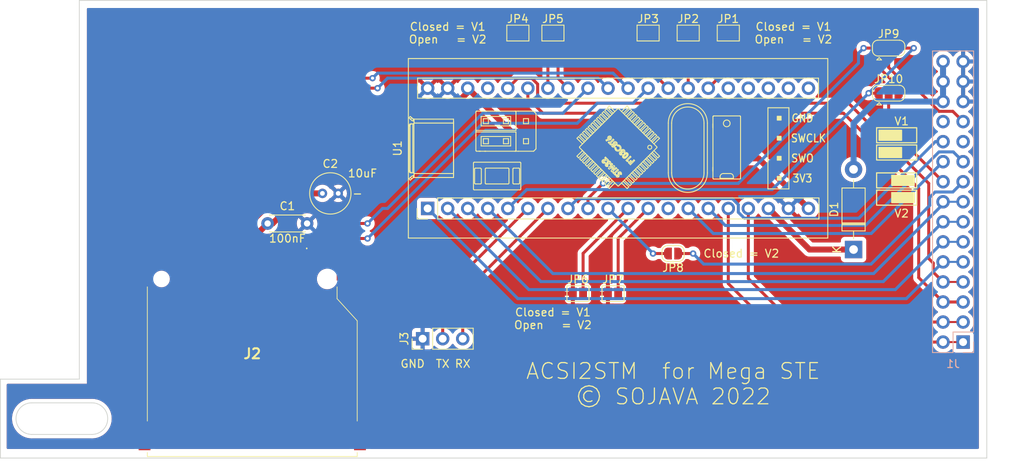
<source format=kicad_pcb>
(kicad_pcb (version 20211014) (generator pcbnew)
  (title_block (title "Atari Mega STE ACSI2STM Internal adapter") (date "2022-04-11") (rev "1.1") (company "SOJAVA"))
  (layers (0 "F.Cu" signal) (31 "B.Cu" signal) (34 "B.Paste" user) (35 "F.Paste" user) (36 "B.SilkS" user "B.Silkscreen") (37 "F.SilkS" user "F.Silkscreen") (38 "B.Mask" user) (39 "F.Mask" user) (44 "Edge.Cuts" user))
  (net 0 "")
  (net 1 "/D0")
  (net 2 "/D1")
  (net 3 "/D2")
  (net 4 "/D3")
  (net 5 "/D4")
  (net 6 "/D5")
  (net 7 "/D6")
  (net 8 "/D7")
  (net 9 "/RST")
  (net 10 "ACK")
  (net 11 "/CS")
  (net 12 "/A0")
  (net 14 "/DRQ")
  (net 15 "XHDINT")
  (net 17 "GND")
  (net 18 "+5V")
  (net 19 "PA12")
  (net 20 "PA8")
  (net 21 "+3V3")
  (net 23 "ATR_5V")
  (net 24 "PA9")
  (net 25 "MOSI")
  (net 26 "MISO")
  (net 28 "CLK")
  (net 29 "SDCS")
  (net 39 "Net-(JP8-Pad2)")
  (net 40 "PB1")
  (net 41 "PB2")
  (net 42 "PA3")
  (net 43 "PA2")
  (net 44 "PA1")
  (net 45 "PB4")
  (net 46 "PB3")
  (net 47 "PA10")
  (footprint "Jumper:SolderJumper-2_P1.3mm_Open_Pad1.0x1.5mm" (layer "F.Cu") (at 163.195 137.16)
    (fp_text reference "JP6" (at 0 -1.8) (layer "F.SilkS"))
    (fp_text value "Close = V1")
    (pad "1" smd rect locked (at -0.65 0) (size 1 1.5) (layers "F.Cu" "F.Mask") (net 17 "GND"))
    (pad "2" smd rect locked (at 0.65 0) (size 1 1.5) (layers "F.Cu" "F.Mask") (net 46 "PB3"))
  )
  (footprint "footprints:YAAJ_BluePill_1" (layer "F.Cu") (at 144.145 126.365 90)
    (fp_text reference "U1" (at 7.62 -3.81 90) (layer "F.SilkS"))
    (fp_text value "BluePill" hide)
    (fp_text user "3V3" (at 3.81 47.498 unlocked) (layer "F.SilkS") (effects (font (size 1 0.9))))
    (fp_text user "GND" (at 11.43 47.498 unlocked) (layer "F.SilkS") (effects (font (size 1 0.9))))
    (fp_text user "SWO" (at 6.35 47.498 unlocked) (layer "F.SilkS") (effects (font (size 1 0.9))))
    (fp_text user "SWCLK" (at 8.89 48.26 unlocked) (layer "F.SilkS") (effects (font (size 1 0.9))))
    (pad "1" thru_hole rect locked (at 0 0 90) (size 1.7 1.7) (drill 1) (layers *.Cu *.Mask) (net 5 "/D4"))
    (pad "2" thru_hole circle locked (at 0 2.54 90) (size 1.7 1.7) (drill 1) (layers *.Cu *.Mask) (net 6 "/D5"))
    (pad "3" thru_hole circle locked (at 0 5.08 90) (size 1.7 1.7) (drill 1) (layers *.Cu *.Mask) (net 7 "/D6"))
    (pad "4" thru_hole circle locked (at 0 7.62 90) (size 1.7 1.7) (drill 1) (layers *.Cu *.Mask) (net 8 "/D7"))
    (pad "5" thru_hole circle locked (at 0 10.16 90) (size 1.7 1.7) (drill 1) (layers *.Cu *.Mask) (net 20 "PA8"))
    (pad "6" thru_hole circle locked (at 0 12.7 90) (size 1.7 1.7) (drill 1) (layers *.Cu *.Mask) (net 24 "PA9"))
    (pad "7" thru_hole circle locked (at 0 15.24 90) (size 1.7 1.7) (drill 1) (layers *.Cu *.Mask) (net 47 "PA10"))
    (pad "8" thru_hole circle locked (at 0 17.78 90) (size 1.7 1.7) (drill 1) (layers *.Cu *.Mask) (net 14 "/DRQ"))
    (pad "9" thru_hole circle locked (at 0 20.32 90) (size 1.7 1.7) (drill 1) (layers *.Cu *.Mask) (net 19 "PA12"))
    (pad "10" thru_hole circle locked (at 0 22.86 90) (size 1.7 1.7) (drill 1) (layers *.Cu *.Mask) (net 39 "Net-(JP8-Pad2)"))
    (pad "11" thru_hole circle locked (at 0 25.4 90) (size 1.7 1.7) (drill 1) (layers *.Cu *.Mask) (net 46 "PB3"))
    (pad "12" thru_hole circle locked (at 0 27.94 90) (size 1.7 1.7) (drill 1) (layers *.Cu *.Mask) (net 45 "PB4"))
    (pad "13" thru_hole circle locked (at 0 30.48 90) (size 1.7 1.7) (drill 1) (layers *.Cu *.Mask))
    (pad "14" thru_hole circle locked (at 0 33.02 90) (size 1.7 1.7) (drill 1) (layers *.Cu *.Mask) (net 12 "/A0"))
    (pad "15" thru_hole circle locked (at 0 35.56 90) (size 1.7 1.7) (drill 1) (layers *.Cu *.Mask) (net 11 "/CS"))
    (pad "16" thru_hole circle locked (at 0 38.1 90) (size 1.7 1.7) (drill 1) (layers *.Cu *.Mask) (net 1 "/D0"))
    (pad "17" thru_hole circle locked (at 0 40.64 90) (size 1.7 1.7) (drill 1) (layers *.Cu *.Mask) (net 2 "/D1"))
    (pad "18" thru_hole circle locked (at 0 43.18 90) (size 1.7 1.7) (drill 1) (layers *.Cu *.Mask) (net 18 "+5V"))
    (pad "19" thru_hole circle locked (at 0 45.72 90) (size 1.7 1.7) (drill 1) (layers *.Cu *.Mask) (net 17 "GND"))
    (pad "20" thru_hole circle locked (at 0 48.26 90) (size 1.7 1.7) (drill 1) (layers *.Cu *.Mask) (net 21 "+3V3"))
    (pad "21" thru_hole circle locked (at 15.24 48.26 90) (size 1.7 1.7) (drill 1) (layers *.Cu *.Mask))
    (pad "22" thru_hole circle locked (at 15.24 45.72 90) (size 1.7 1.7) (drill 1) (layers *.Cu *.Mask))
    (pad "23" thru_hole circle locked (at 15.24 43.18 90) (size 1.7 1.7) (drill 1) (layers *.Cu *.Mask))
    (pad "24" thru_hole circle locked (at 15.24 40.64 90) (size 1.7 1.7) (drill 1) (layers *.Cu *.Mask))
    (pad "25" thru_hole circle locked (at 15.24 38.1 90) (size 1.7 1.7) (drill 1) (layers *.Cu *.Mask))
    (pad "26" thru_hole circle locked (at 15.24 35.56 90) (size 1.7 1.7) (drill 1) (layers *.Cu *.Mask) (net 44 "PA1"))
    (pad "27" thru_hole circle locked (at 15.24 33.02 90) (size 1.7 1.7) (drill 1) (layers *.Cu *.Mask) (net 43 "PA2"))
    (pad "28" thru_hole circle locked (at 15.24 30.48 90) (size 1.7 1.7) (drill 1) (layers *.Cu *.Mask) (net 42 "PA3"))
    (pad "29" thru_hole circle locked (at 15.24 27.94 90) (size 1.7 1.7) (drill 1) (layers *.Cu *.Mask) (net 29 "SDCS"))
    (pad "30" thru_hole circle locked (at 15.24 25.4 90) (size 1.7 1.7) (drill 1) (layers *.Cu *.Mask) (net 28 "CLK"))
    (pad "31" thru_hole circle locked (at 15.24 22.86 90) (size 1.7 1.7) (drill 1) (layers *.Cu *.Mask) (net 26 "MISO"))
    (pad "32" thru_hole circle locked (at 15.24 20.32 90) (size 1.7 1.7) (drill 1) (layers *.Cu *.Mask) (net 25 "MOSI"))
    (pad "33" thru_hole circle locked (at 15.24 17.78 90) (size 1.7 1.7) (drill 1) (layers *.Cu *.Mask) (net 41 "PB2"))
    (pad "34" thru_hole circle locked (at 15.24 15.24 90) (size 1.7 1.7) (drill 1) (layers *.Cu *.Mask) (net 40 "PB1"))
    (pad "35" thru_hole circle locked (at 15.24 12.7 90) (size 1.7 1.7) (drill 1) (layers *.Cu *.Mask) (net 3 "/D2"))
    (pad "36" thru_hole circle locked (at 15.24 10.16 90) (size 1.7 1.7) (drill 1) (layers *.Cu *.Mask) (net 4 "/D3"))
    (pad "37" thru_hole circle locked (at 15.24 7.62 90) (size 1.7 1.7) (drill 1) (layers *.Cu *.Mask))
    (pad "38" thru_hole circle locked (at 15.24 5.08 90) (size 1.7 1.7) (drill 1) (layers *.Cu *.Mask) (net 21 "+3V3"))
    (pad "39" thru_hole circle locked (at 15.24 2.54 90) (size 1.7 1.7) (drill 1) (layers *.Cu *.Mask) (net 17 "GND"))
    (pad "40" thru_hole circle locked (at 15.24 0 90) (size 1.7 1.7) (drill 1) (layers *.Cu *.Mask) (net 17 "GND"))
  )
  (footprint "Connector_PinHeader_2.54mm:PinHeader_1x03_P2.54mm_Vertical" (layer "F.Cu") (at 143.51 142.875 90)
    (fp_text reference "J3" (at 0 -2.33 90) (layer "F.SilkS"))
    (fp_text value "Conn_01x03_Male")
    (pad "1" thru_hole rect (at 0 0 90) (size 1.7 1.7) (drill 1) (layers *.Cu *.Mask) (net 17 "GND"))
    (pad "2" thru_hole oval (at 0 2.54 90) (size 1.7 1.7) (drill 1) (layers *.Cu *.Mask) (net 24 "PA9"))
    (pad "3" thru_hole oval (at 0 5.08 90) (size 1.7 1.7) (drill 1) (layers *.Cu *.Mask) (net 47 "PA10"))
  )
  (footprint "Jumper:SolderJumper-3_P1.3mm_Open_RoundedPad1.0x1.5mm" (layer "F.Cu") (at 202.565 111.76)
    (fp_text reference "JP10" (at 0 -1.8) (layer "F.SilkS"))
    (fp_text value "ACK Jumper")
    (pad "1" smd custom locked (at -1.3 0) (size 1 0.5) (layers "F.Cu" "F.Mask") (net 20 "PA8") (options (clearance outline) (anchor rect)) (primitives (gr_circle (center 0 0.25) (end 0.5 0.25) (width 0) (fill yes)) (gr_circle (center 0 -0.25) (end 0.5 -0.25) (width 0) (fill yes)) (gr_poly (pts (xy 0.55 0.75) (xy 0 0.75) (xy 0 -0.75) (xy 0.55 -0.75)) (width 0) (fill yes))))
    (pad "2" smd rect locked (at 0 0) (size 1 1.5) (layers "F.Cu" "F.Mask") (net 10 "ACK"))
    (pad "3" smd custom locked (at 1.3 0) (size 1 0.5) (layers "F.Cu" "F.Mask") (net 19 "PA12") (options (clearance outline) (anchor rect)) (primitives (gr_circle (center 0 0.25) (end 0.5 0.25) (width 0) (fill yes)) (gr_circle (center 0 -0.25) (end 0.5 -0.25) (width 0) (fill yes)) (gr_poly (pts (xy 0 0.75) (xy -0.55 0.75) (xy -0.55 -0.75) (xy 0 -0.75)) (width 0) (fill yes))))
  )
  (footprint "SamacSys_Parts:GSD090012SEU" (layer "F.Cu") (at 121.92 144.78)
    (fp_text reference "J2" (at 0 0) (layer "F.SilkS") (effects (font (size 1.27 1.27) (thickness 0.254))))
    (fp_text value "GSD090012SEU" hide)
    (pad "" np_thru_hole circle locked (at -11.499 -9.475) (size 1.1 1.1) (drill 1.1) (layers *.Cu *.Mask))
    (pad "" np_thru_hole circle locked (at 9.501 -9.475) (size 1.6 1.6) (drill 1.6) (layers *.Cu *.Mask))
    (pad "1" smd rect locked (at 6.875 -12.275) (size 1 1.5) (layers "F.Cu" "F.Paste" "F.Mask") (net 29 "SDCS"))
    (pad "2" smd rect locked (at 4.375 -12.275) (size 1 1.5) (layers "F.Cu" "F.Paste" "F.Mask") (net 25 "MOSI"))
    (pad "3" smd rect locked (at 1.875 -12.275) (size 1 1.5) (layers "F.Cu" "F.Paste" "F.Mask") (net 17 "GND"))
    (pad "4" smd rect locked (at -0.625 -12.275) (size 1 1.5) (layers "F.Cu" "F.Paste" "F.Mask") (net 21 "+3V3"))
    (pad "5" smd rect locked (at -3.125 -12.275) (size 1 1.5) (layers "F.Cu" "F.Paste" "F.Mask") (net 28 "CLK"))
    (pad "6" smd rect locked (at -5.625 -12.275) (size 1 1.5) (layers "F.Cu" "F.Paste" "F.Mask") (net 17 "GND"))
    (pad "7" smd rect locked (at -8.05 -12.275) (size 1 1.5) (layers "F.Cu" "F.Paste" "F.Mask") (net 26 "MISO"))
    (pad "8" smd rect locked (at -9.75 -12.275) (size 1 1.5) (layers "F.Cu" "F.Paste" "F.Mask"))
    (pad "9" smd rect locked (at 9.375 -12.275) (size 1 1.5) (layers "F.Cu" "F.Paste" "F.Mask"))
    (pad "10" smd rect locked (at -11.05 -12.275) (size 0.7 1.5) (layers "F.Cu" "F.Paste" "F.Mask"))
    (pad "11" smd rect locked (at -12.25 -12.275) (size 0.7 1.5) (layers "F.Cu" "F.Paste" "F.Mask"))
    (pad "MP1" smd rect locked (at -13.65 -10.675) (size 1.5 2.8) (layers "F.Cu" "F.Paste" "F.Mask") (net 17 "GND"))
    (pad "MP2" smd rect locked (at 11.451 -10.675) (size 1.5 2.8) (layers "F.Cu" "F.Paste" "F.Mask") (net 17 "GND"))
    (pad "MP3" smd rect locked (at -13.65 10.825) (size 1.5 2.8) (layers "F.Cu" "F.Paste" "F.Mask") (net 17 "GND"))
    (pad "MP4" smd rect locked (at 13.65 10.825) (size 1.5 2.8) (layers "F.Cu" "F.Paste" "F.Mask") (net 17 "GND"))
  )
  (footprint "Jumper:SolderJumper-2_P1.3mm_Open_Pad1.0x1.5mm" (layer "F.Cu") (at 182.245 104.14)
    (fp_text reference "JP1" (at 0 -1.8) (layer "F.SilkS"))
    (fp_text value "Close = V1")
    (pad "1" smd rect locked (at -0.65 0) (size 1 1.5) (layers "F.Cu" "F.Mask") (net 17 "GND"))
    (pad "2" smd rect locked (at 0.65 0) (size 1 1.5) (layers "F.Cu" "F.Mask") (net 44 "PA1"))
  )
  (footprint "Jumper:SolderJumper-2_P1.3mm_Open_RoundedPad1.0x1.5mm" (layer "F.Cu") (at 175.245 132.08 180)
    (fp_text reference "JP8" (at 0 -1.8) (layer "F.SilkS"))
    (fp_text value "RST Jumper")
    (pad "1" smd custom locked (at -0.65 0 180) (size 1 0.5) (layers "F.Cu" "F.Mask") (net 9 "/RST") (options (clearance outline) (anchor rect)) (primitives (gr_circle (center 0 0.25) (end 0.5 0.25) (width 0) (fill yes)) (gr_circle (center 0 -0.25) (end 0.5 -0.25) (width 0) (fill yes)) (gr_poly (pts (xy 0.5 0.75) (xy 0 0.75) (xy 0 -0.75) (xy 0.5 -0.75)) (width 0) (fill yes))))
    (pad "2" smd custom locked (at 0.65 0 180) (size 1 0.5) (layers "F.Cu" "F.Mask") (net 39 "Net-(JP8-Pad2)") (options (clearance outline) (anchor rect)) (primitives (gr_circle (center 0 0.25) (end 0.5 0.25) (width 0) (fill yes)) (gr_circle (center 0 -0.25) (end 0.5 -0.25) (width 0) (fill yes)) (gr_poly (pts (xy 0 0.75) (xy -0.5 0.75) (xy -0.5 -0.75) (xy 0 -0.75)) (width 0) (fill yes))))
  )
  (footprint "Diode_THT:D_DO-41_SOD81_P10.16mm_Horizontal" (layer "F.Cu") (at 198.12 131.572 90)
    (fp_text reference "D1" (at 5.08 -2.47 90) (layer "F.SilkS"))
    (fp_text value "1N5817")
    (fp_text user "K" (at 0 -2.1 90) (layer "F.SilkS"))
    (pad "1" thru_hole rect locked (at 0 0 90) (size 2.2 2.2) (drill 1.1) (layers *.Cu *.Mask) (net 18 "+5V"))
    (pad "2" thru_hole oval locked (at 10.16 0 90) (size 2.2 2.2) (drill 1.1) (layers *.Cu *.Mask) (net 23 "ATR_5V"))
  )
  (footprint "Jumper:SolderJumper-2_P1.3mm_Open_Pad1.0x1.5mm" (layer "F.Cu") (at 177.165 104.14)
    (fp_text reference "JP2" (at 0 -1.8) (layer "F.SilkS"))
    (fp_text value "Close = V1")
    (pad "1" smd rect locked (at -0.65 0) (size 1 1.5) (layers "F.Cu" "F.Mask") (net 17 "GND"))
    (pad "2" smd rect locked (at 0.65 0) (size 1 1.5) (layers "F.Cu" "F.Mask") (net 43 "PA2"))
  )
  (footprint "Jumper:SolderJumper-3_P1.3mm_Open_RoundedPad1.0x1.5mm" (layer "F.Cu") (at 202.565 106.045)
    (fp_text reference "JP9" (at 0 -1.8) (layer "F.SilkS"))
    (fp_text value "XHDINT Jumper")
    (pad "1" smd custom locked (at -1.3 0) (size 1 0.5) (layers "F.Cu" "F.Mask") (net 19 "PA12") (options (clearance outline) (anchor rect)) (primitives (gr_circle (center 0 0.25) (end 0.5 0.25) (width 0) (fill yes)) (gr_circle (center 0 -0.25) (end 0.5 -0.25) (width 0) (fill yes)) (gr_poly (pts (xy 0.55 0.75) (xy 0 0.75) (xy 0 -0.75) (xy 0.55 -0.75)) (width 0) (fill yes))))
    (pad "2" smd rect locked (at 0 0) (size 1 1.5) (layers "F.Cu" "F.Mask") (net 15 "XHDINT"))
    (pad "3" smd custom locked (at 1.3 0) (size 1 0.5) (layers "F.Cu" "F.Mask") (net 20 "PA8") (options (clearance outline) (anchor rect)) (primitives (gr_circle (center 0 0.25) (end 0.5 0.25) (width 0) (fill yes)) (gr_circle (center 0 -0.25) (end 0.5 -0.25) (width 0) (fill yes)) (gr_poly (pts (xy 0 0.75) (xy -0.55 0.75) (xy -0.55 -0.75) (xy 0 -0.75)) (width 0) (fill yes))))
  )
  (footprint "Capacitor_THT:C_Radial_D5.0mm_H5.0mm_P2.00mm" (layer "F.Cu") (at 130.81 124.46)
    (fp_text reference "C2" (at 1 -3.75) (layer "F.SilkS"))
    (fp_text value "10uF")
    (pad "1" thru_hole circle locked (at 0 0) (size 1.2 1.2) (drill 0.6) (layers *.Cu *.Mask) (net 21 "+3V3"))
    (pad "2" thru_hole circle locked (at 2 0) (size 1.2 1.2) (drill 0.6) (layers *.Cu *.Mask) (net 17 "GND"))
  )
  (footprint "Jumper:SolderJumper-2_P1.3mm_Open_Pad1.0x1.5mm" (layer "F.Cu") (at 172.085 104.14)
    (fp_text reference "JP3" (at 0 -1.8) (layer "F.SilkS"))
    (fp_text value "Close = V1")
    (pad "1" smd rect locked (at -0.65 0) (size 1 1.5) (layers "F.Cu" "F.Mask") (net 17 "GND"))
    (pad "2" smd rect locked (at 0.65 0) (size 1 1.5) (layers "F.Cu" "F.Mask") (net 42 "PA3"))
  )
  (footprint "Capacitor_THT:C_Disc_D4.3mm_W1.9mm_P5.00mm" (layer "F.Cu") (at 123.865 128.27)
    (fp_text reference "C1" (at 2.5 -2.2) (layer "F.SilkS"))
    (fp_text value "100nF")
    (pad "1" thru_hole circle locked (at 0 0) (size 1.6 1.6) (drill 0.8) (layers *.Cu *.Mask) (net 21 "+3V3"))
    (pad "2" thru_hole circle locked (at 5 0) (size 1.6 1.6) (drill 0.8) (layers *.Cu *.Mask) (net 17 "GND"))
  )
  (footprint "Jumper:SolderJumper-2_P1.3mm_Open_Pad1.0x1.5mm" (layer "F.Cu") (at 155.575 104.14)
    (fp_text reference "JP4" (at 0 -1.8) (layer "F.SilkS"))
    (fp_text value "Close = V1")
    (pad "1" smd rect locked (at -0.65 0) (size 1 1.5) (layers "F.Cu" "F.Mask") (net 17 "GND"))
    (pad "2" smd rect locked (at 0.65 0) (size 1 1.5) (layers "F.Cu" "F.Mask") (net 40 "PB1"))
  )
  (footprint "Jumper:SolderJumper-2_P1.3mm_Open_Pad1.0x1.5mm" (layer "F.Cu") (at 167.64 137.16)
    (fp_text reference "JP7" (at 0 -1.8) (layer "F.SilkS"))
    (fp_text value "Close = V1")
    (pad "1" smd rect locked (at -0.65 0) (size 1 1.5) (layers "F.Cu" "F.Mask") (net 17 "GND"))
    (pad "2" smd rect locked (at 0.65 0) (size 1 1.5) (layers "F.Cu" "F.Mask") (net 45 "PB4"))
  )
  (footprint "Jumper:SolderJumper-2_P1.3mm_Open_Pad1.0x1.5mm" (layer "F.Cu") (at 160.02 104.14)
    (fp_text reference "JP5" (at 0 -1.8) (layer "F.SilkS"))
    (fp_text value "Close = V1")
    (pad "1" smd rect locked (at -0.65 0) (size 1 1.5) (layers "F.Cu" "F.Mask") (net 17 "GND"))
    (pad "2" smd rect locked (at 0.65 0) (size 1 1.5) (layers "F.Cu" "F.Mask") (net 41 "PB2"))
  )
  (footprint "Connector_PinSocket_2.54mm:PinSocket_2x15_P2.54mm_Vertical" (layer "B.Cu") (at 212 143.3)
    (fp_text reference "J1" (at -1.27 2.77) (layer "B.SilkS") (effects (justify mirror)))
    (fp_text value "Mega STE Internal ACSI")
    (pad "1" thru_hole rect locked (at 0 0) (size 1.7 1.7) (drill 1) (layers *.Cu *.Mask) (net 1 "/D0"))
    (pad "2" thru_hole oval locked (at -2.54 0) (size 1.7 1.7) (drill 1) (layers *.Cu *.Mask) (net 1 "/D0"))
    (pad "3" thru_hole oval locked (at 0 -2.54) (size 1.7 1.7) (drill 1) (layers *.Cu *.Mask) (net 2 "/D1"))
    (pad "4" thru_hole oval locked (at -2.54 -2.54) (size 1.7 1.7) (drill 1) (layers *.Cu *.Mask) (net 2 "/D1"))
    (pad "5" thru_hole oval locked (at 0 -5.08) (size 1.7 1.7) (drill 1) (layers *.Cu *.Mask) (net 3 "/D2"))
    (pad "6" thru_hole oval locked (at -2.54 -5.08) (size 1.7 1.7) (drill 1) (layers *.Cu *.Mask) (net 3 "/D2"))
    (pad "7" thru_hole oval locked (at 0 -7.62) (size 1.7 1.7) (drill 1) (layers *.Cu *.Mask) (net 4 "/D3"))
    (pad "8" thru_hole oval locked (at -2.54 -7.62) (size 1.7 1.7) (drill 1) (layers *.Cu *.Mask) (net 4 "/D3"))
    (pad "9" thru_hole oval locked (at 0 -10.16) (size 1.7 1.7) (drill 1) (layers *.Cu *.Mask) (net 5 "/D4"))
    (pad "10" thru_hole oval locked (at -2.54 -10.16) (size 1.7 1.7) (drill 1) (layers *.Cu *.Mask) (net 5 "/D4"))
    (pad "11" thru_hole oval locked (at 0 -12.7) (size 1.7 1.7) (drill 1) (layers *.Cu *.Mask) (net 6 "/D5"))
    (pad "12" thru_hole oval locked (at -2.54 -12.7) (size 1.7 1.7) (drill 1) (layers *.Cu *.Mask) (net 6 "/D5"))
    (pad "13" thru_hole oval locked (at 0 -15.24) (size 1.7 1.7) (drill 1) (layers *.Cu *.Mask) (net 7 "/D6"))
    (pad "14" thru_hole oval locked (at -2.54 -15.24) (size 1.7 1.7) (drill 1) (layers *.Cu *.Mask) (net 7 "/D6"))
    (pad "15" thru_hole oval locked (at 0 -17.78) (size 1.7 1.7) (drill 1) (layers *.Cu *.Mask) (net 8 "/D7"))
    (pad "16" thru_hole oval locked (at -2.54 -17.78) (size 1.7 1.7) (drill 1) (layers *.Cu *.Mask) (net 8 "/D7"))
    (pad "17" thru_hole oval locked (at 0 -20.32) (size 1.7 1.7) (drill 1) (layers *.Cu *.Mask) (net 9 "/RST"))
    (pad "18" thru_hole oval locked (at -2.54 -20.32) (size 1.7 1.7) (drill 1) (layers *.Cu *.Mask) (net 10 "ACK"))
    (pad "19" thru_hole oval locked (at 0 -22.86) (size 1.7 1.7) (drill 1) (layers *.Cu *.Mask) (net 11 "/CS"))
    (pad "20" thru_hole oval locked (at -2.54 -22.86) (size 1.7 1.7) (drill 1) (layers *.Cu *.Mask) (net 12 "/A0"))
    (pad "21" thru_hole oval locked (at 0 -25.4) (size 1.7 1.7) (drill 1) (layers *.Cu *.Mask))
    (pad "22" thru_hole oval locked (at -2.54 -25.4) (size 1.7 1.7) (drill 1) (layers *.Cu *.Mask) (net 14 "/DRQ"))
    (pad "23" thru_hole oval locked (at 0 -27.94) (size 1.7 1.7) (drill 1) (layers *.Cu *.Mask) (net 15 "XHDINT"))
    (pad "24" thru_hole oval locked (at -2.54 -27.94) (size 1.7 1.7) (drill 1) (layers *.Cu *.Mask))
    (pad "25" thru_hole oval locked (at 0 -30.48) (size 1.7 1.7) (drill 1) (layers *.Cu *.Mask) (net 17 "GND"))
    (pad "26" thru_hole oval locked (at -2.54 -30.48) (size 1.7 1.7) (drill 1) (layers *.Cu *.Mask) (net 23 "ATR_5V"))
    (pad "27" thru_hole oval locked (at 0 -33.02) (size 1.7 1.7) (drill 1) (layers *.Cu *.Mask) (net 17 "GND"))
    (pad "28" thru_hole oval locked (at -2.54 -33.02) (size 1.7 1.7) (drill 1) (layers *.Cu *.Mask) (net 23 "ATR_5V"))
    (pad "29" thru_hole oval locked (at 0 -35.56) (size 1.7 1.7) (drill 1) (layers *.Cu *.Mask) (net 17 "GND"))
    (pad "30" thru_hole oval locked (at -2.54 -35.56) (size 1.7 1.7) (drill 1) (layers *.Cu *.Mask) (net 23 "ATR_5V"))
  )
  (gr_rect (start 201.041 125.952214) (end 206.121 124.047214) (layer "F.SilkS") (width 0.15) (fill none))
  (gr_rect (start 206.121 116.13689) (end 201.041 118.04189) (layer "F.SilkS") (width 0.15) (fill none))
  (gr_rect (start 205.810506 123.444) (end 202.959452 122.174) (layer "F.SilkS") (width 0.15) (fill solid))
  (gr_rect (start 201.041 123.76611) (end 206.121 121.86111) (layer "F.SilkS") (width 0.15) (fill none))
  (gr_rect (start 201.351494 116.459) (end 204.202548 117.729) (layer "F.SilkS") (width 0.15) (fill solid))
  (gr_rect (start 206.121 118.322994) (end 201.041 120.227994) (layer "F.SilkS") (width 0.15) (fill none))
  (gr_rect (start 201.351494 118.645104) (end 204.202548 119.915104) (layer "F.SilkS") (width 0.15) (fill solid))
  (gr_rect (start 205.810506 125.630104) (end 202.959452 124.360104) (layer "F.SilkS") (width 0.15) (fill solid))
  (gr_line (start 100 100) (end 215 100) (layer "Edge.Cuts") (width 0.1))
  (gr_line (start 215 158) (end 90 158) (layer "Edge.Cuts") (width 0.1))
  (gr_line (start 100 148) (end 100 100) (layer "Edge.Cuts") (width 0.1))
  (gr_line (start 90 158) (end 90 148) (layer "Edge.Cuts") (width 0.1))
  (gr_line (start 93.98 151) (end 101.6 151) (layer "Edge.Cuts") (width 0.1))
  (gr_arc (start 93.98 155) (mid 91.98 153) (end 93.98 151) (layer "Edge.Cuts") (width 0.1))
  (gr_line (start 215 100) (end 215 158) (layer "Edge.Cuts") (width 0.1))
  (gr_line (start 93.98 155) (end 101.6 155) (layer "Edge.Cuts") (width 0.1))
  (gr_arc (start 101.6 151) (mid 103.6 153) (end 101.6 155) (layer "Edge.Cuts") (width 0.1))
  (gr_line (start 90 148) (end 100 148) (layer "Edge.Cuts") (width 0.1))
  (gr_text "-" (at 135.255 124.46) (layer "F.SilkS") (effects (font (size 1 1))))
  (gr_text "GND" (at 142.24 146.05) (layer "F.SilkS") (effects (font (size 1 1))))
  (gr_text "TX" (at 146.05 146.05) (layer "F.SilkS") (effects (font (size 1 1))))
  (gr_text "Closed = V1\nOpen   = V2" (at 190.5 104.14) (layer "F.SilkS") (effects (font (size 1 1))))
  (gr_text "V1" (at 204.216 115.316) (layer "F.SilkS") (effects (font (size 1 1))))
  (gr_text "V2" (at 204.216 127) (layer "F.SilkS") (effects (font (size 1 1))))
  (gr_text "ACSI2STM  for Mega STE\n© SOJAVA 2022" (at 175.26 148.59) (layer "F.SilkS") (effects (font (size 2 2))))
  (gr_text "RX" (at 148.59 146.05) (layer "F.SilkS") (effects (font (size 1 1))))
  (gr_text "10uF" (at 135.89 121.92) (layer "F.SilkS") (effects (font (size 1 1))))
  (gr_text "Closed = V1\nOpen   = V2" (at 146.685 104.14) (layer "F.SilkS") (effects (font (size 1 1))))
  (gr_text "Closed = V2" (at 183.896 132.08) (layer "F.SilkS") (effects (font (size 1 1))))
  (gr_text "Closed = V1\nOpen   = V2" (at 160.02 140.335) (layer "F.SilkS") (effects (font (size 1 1))))
  (gr_text "100nF" (at 126.365 130.175) (layer "F.SilkS") (effects (font (size 1 1))))
  (segment (start 189.655 143.3) (end 209.46 143.3) (width 0.38) (layer "F.Cu") (net 1))
  (segment (start 182.245 135.89) (end 189.655 143.3) (width 0.38) (layer "F.Cu") (net 1))
  (segment (start 182.245 126.365) (end 182.245 135.89) (width 0.38) (layer "F.Cu") (net 1))
  (segment (start 212 143.3) (end 209.46 143.3) (width 0.25) (layer "F.Cu") (net 1))
  (segment (start 184.785 126.365) (end 184.785 135.255) (width 0.38) (layer "F.Cu") (net 2))
  (segment (start 212 140.76) (end 209.46 140.76) (width 0.25) (layer "F.Cu") (net 2))
  (segment (start 184.785 135.255) (end 190.29 140.76) (width 0.38) (layer "F.Cu") (net 2))
  (segment (start 190.29 140.76) (end 209.46 140.76) (width 0.38) (layer "F.Cu") (net 2))
  (segment (start 206.375 123.825) (end 206.375 135.135) (width 0.38) (layer "F.Cu") (net 3))
  (segment (start 212 138.22) (end 209.46 138.22) (width 0.38) (layer "F.Cu") (net 3))
  (segment (start 156.845 111.125) (end 156.845 112.395) (width 0.38) (layer "F.Cu") (net 3))
  (segment (start 158.75 114.3) (end 196.85 114.3) (width 0.38) (layer "F.Cu") (net 3))
  (segment (start 196.85 114.3) (end 206.375 123.825) (width 0.38) (layer "F.Cu") (net 3))
  (segment (start 156.845 112.395) (end 158.75 114.3) (width 0.38) (layer "F.Cu") (net 3))
  (segment (start 206.375 135.135) (end 209.46 138.22) (width 0.38) (layer "F.Cu") (net 3))
  (segment (start 207.645 132.715) (end 208.22 133.29) (width 0.38) (layer "F.Cu") (net 4))
  (segment (start 158.084511 110.611577) (end 158.084511 112.364511) (width 0.38) (layer "F.Cu") (net 4))
  (segment (start 197.485 113.03) (end 207.645 123.19) (width 0.38) (layer "F.Cu") (net 4))
  (segment (start 212 135.68) (end 209.46 135.68) (width 0.25) (layer "F.Cu") (net 4))
  (segment (start 208.22 134.44) (end 209.46 135.68) (width 0.38) (layer "F.Cu") (net 4))
  (segment (start 157.358423 109.885489) (end 158.084511 110.611577) (width 0.38) (layer "F.Cu") (net 4))
  (segment (start 208.22 133.29) (end 208.22 134.44) (width 0.38) (layer "F.Cu") (net 4))
  (segment (start 154.305 111.125) (end 155.544511 109.885489) (width 0.38) (layer "F.Cu") (net 4))
  (segment (start 158.084511 112.364511) (end 158.75 113.03) (width 0.38) (layer "F.Cu") (net 4))
  (segment (start 158.75 113.03) (end 197.485 113.03) (width 0.38) (layer "F.Cu") (net 4))
  (segment (start 207.645 123.19) (end 207.645 132.715) (width 0.38) (layer "F.Cu") (net 4))
  (segment (start 155.544511 109.885489) (end 157.358423 109.885489) (width 0.38) (layer "F.Cu") (net 4))
  (segment (start 155.575 137.795) (end 204.805 137.795) (width 0.38) (layer "B.Cu") (net 5))
  (segment (start 212 133.14) (end 209.46 133.14) (width 0.25) (layer "B.Cu") (net 5))
  (segment (start 144.145 126.365) (end 155.575 137.795) (width 0.38) (layer "B.Cu") (net 5))
  (segment (start 204.805 137.795) (end 209.46 133.14) (width 0.38) (layer "B.Cu") (net 5))
  (segment (start 156.972 136.652) (end 203.408 136.652) (width 0.38) (layer "B.Cu") (net 6))
  (segment (start 203.408 136.652) (end 209.46 130.6) (width 0.38) (layer "B.Cu") (net 6))
  (segment (start 212 130.6) (end 209.46 130.6) (width 0.25) (layer "B.Cu") (net 6))
  (segment (start 146.685 126.365) (end 156.972 136.652) (width 0.38) (layer "B.Cu") (net 6))
  (segment (start 149.225 126.365) (end 158.496 135.636) (width 0.38) (layer "B.Cu") (net 7))
  (segment (start 158.496 135.636) (end 201.884 135.636) (width 0.38) (layer "B.Cu") (net 7))
  (segment (start 212 128.06) (end 209.46 128.06) (width 0.25) (layer "B.Cu") (net 7))
  (segment (start 201.884 135.636) (end 209.46 128.06) (width 0.38) (layer "B.Cu") (net 7))
  (segment (start 151.765 126.365) (end 160.02 134.62) (width 0.38) (layer "B.Cu") (net 8))
  (segment (start 200.66 134.62) (end 209.46 125.82) (width 0.38) (layer "B.Cu") (net 8))
  (segment (start 212 125.52) (end 209.46 125.52) (width 0.25) (layer "B.Cu") (net 8))
  (segment (start 209.46 125.82) (end 209.46 125.52) (width 0.38) (layer "B.Cu") (net 8))
  (segment (start 160.02 134.62) (end 200.66 134.62) (width 0.38) (layer "B.Cu") (net 8))
  (segment (start 175.895 132.08) (end 177.785 132.08) (width 0.38) (layer "F.Cu") (net 9))
  (via (at 177.785 132.08) (size 0.8) (drill 0.4) (layers "F.Cu" "B.Cu") (net 9))
  (segment (start 207.772 124.968) (end 207.772 125.984) (width 0.38) (layer "B.Cu") (net 9))
  (segment (start 208.459511 124.280489) (end 207.772 124.968) (width 0.38) (layer "B.Cu") (net 9))
  (segment (start 207.772 125.984) (end 200.337288 133.418712) (width 0.38) (layer "B.Cu") (net 9))
  (segment (start 210.699511 124.280489) (end 208.459511 124.280489) (width 0.38) (layer "B.Cu") (net 9))
  (segment (start 179.123712 133.418712) (end 177.785 132.08) (width 0.38) (layer "B.Cu") (net 9))
  (segment (start 212 122.98) (end 210.699511 124.280489) (width 0.38) (layer "B.Cu") (net 9))
  (segment (start 200.337288 133.418712) (end 179.123712 133.418712) (width 0.38) (layer "B.Cu") (net 9))
  (segment (start 202.565 111.76) (end 202.565 116.085) (width 0.38) (layer "F.Cu") (net 10))
  (segment (start 202.565 116.085) (end 209.46 122.98) (width 0.38) (layer "F.Cu") (net 10))
  (segment (start 179.705 126.365) (end 181.864 128.524) (width 0.38) (layer "B.Cu") (net 11))
  (segment (start 210.760489 119.200489) (end 212 120.44) (width 0.38) (layer "B.Cu") (net 11))
  (segment (start 199.623066 128.524) (end 208.946577 119.200489) (width 0.38) (layer "B.Cu") (net 11))
  (segment (start 181.864 128.524) (end 199.623066 128.524) (width 0.38) (layer "B.Cu") (net 11))
  (segment (start 208.946577 119.200489) (end 210.760489 119.200489) (width 0.38) (layer "B.Cu") (net 11))
  (segment (start 180.34 129.54) (end 200.36 129.54) (width 0.38) (layer "B.Cu") (net 12))
  (segment (start 200.36 129.54) (end 209.46 120.44) (width 0.38) (layer "B.Cu") (net 12))
  (segment (start 177.165 126.365) (end 180.34 129.54) (width 0.38) (layer "B.Cu") (net 12))
  (segment (start 198.785489 127.604511) (end 208.49 117.9) (width 0.38) (layer "B.Cu") (net 14))
  (segment (start 161.925 126.365) (end 163.164511 125.125489) (width 0.38) (layer "B.Cu") (net 14))
  (segment (start 182.758423 125.125489) (end 183.515 125.882066) (width 0.38) (layer "B.Cu") (net 14))
  (segment (start 184.271577 127.604511) (end 198.785489 127.604511) (width 0.38) (layer "B.Cu") (net 14))
  (segment (start 183.515 126.847934) (end 184.271577 127.604511) (width 0.38) (layer "B.Cu") (net 14))
  (segment (start 183.515 125.882066) (end 183.515 126.847934) (width 0.38) (layer "B.Cu") (net 14))
  (segment (start 163.164511 125.125489) (end 182.758423 125.125489) (width 0.38) (layer "B.Cu") (net 14))
  (segment (start 208.49 117.9) (end 209.46 117.9) (width 0.38) (layer "B.Cu") (net 14))
  (segment (start 210.699511 114.059511) (end 212 115.36) (width 0.38) (layer "F.Cu") (net 15))
  (segment (start 208.946577 114.059511) (end 210.699511 114.059511) (width 0.38) (layer "F.Cu") (net 15))
  (segment (start 202.565 108.500866) (end 204.554134 110.49) (width 0.38) (layer "F.Cu") (net 15))
  (segment (start 202.565 106.045) (end 202.565 108.500866) (width 0.38) (layer "F.Cu") (net 15))
  (segment (start 204.554134 110.49) (end 205.377066 110.49) (width 0.38) (layer "F.Cu") (net 15))
  (segment (start 205.377066 110.49) (end 208.946577 114.059511) (width 0.38) (layer "F.Cu") (net 15))
  (segment (start 192.532 131.572) (end 197.485 131.572) (width 0.762) (layer "F.Cu") (net 18))
  (segment (start 187.325 126.365) (end 192.532 131.572) (width 0.762) (layer "F.Cu") (net 18))
  (segment (start 203.865 111.030978) (end 203.865 111.76) (width 0.38) (layer "F.Cu") (net 19))
  (segment (start 201.265 108.430978) (end 203.865 111.030978) (width 0.38) (layer "F.Cu") (net 19))
  (segment (start 164.465 125.095) (end 164.465 126.365) (width 0.38) (layer "F.Cu") (net 19))
  (segment (start 201.265 106.045) (end 201.265 108.430978) (width 0.38) (layer "F.Cu") (net 19))
  (segment (start 166.37 123.19) (end 164.465 125.095) (width 0.38) (layer "F.Cu") (net 19))
  (segment (start 199.39 106.045) (end 201.265 106.045) (width 0.38) (layer "F.Cu") (net 19))
  (via (at 199.39 106.045) (size 0.8) (drill 0.4) (layers "F.Cu" "B.Cu") (net 19))
  (via (at 166.37 123.19) (size 0.8) (drill 0.4) (layers "F.Cu" "B.Cu") (net 19))
  (segment (start 198.745 106.69) (end 198.745 107.95) (width 0.38) (layer "B.Cu") (net 19))
  (segment (start 183.505 123.19) (end 166.37 123.19) (width 0.38) (layer "B.Cu") (net 19))
  (segment (start 199.39 106.045) (end 198.745 106.69) (width 0.38) (layer "B.Cu") (net 19))
  (segment (start 198.745 107.95) (end 183.505 123.19) (width 0.38) (layer "B.Cu") (net 19))
  (segment (start 203.865 106.045) (end 205.74 106.045) (width 0.38) (layer "F.Cu") (net 20))
  (segment (start 201.265 111.76) (end 200.025 111.76) (width 0.38) (layer "F.Cu") (net 20))
  (via (at 200.025 111.76) (size 0.8) (drill 0.4) (layers "F.Cu" "B.Cu") (net 20))
  (via (at 205.74 106.045) (size 0.8) (drill 0.4) (layers "F.Cu" "B.Cu") (net 20))
  (segment (start 154.305 126.365) (end 156.690489 123.979511) (width 0.38) (layer "B.Cu") (net 20))
  (segment (start 156.690489 123.979511) (end 187.795489 123.979511) (width 0.38) (layer "B.Cu") (net 20))
  (segment (start 205.74 106.045) (end 200.025 111.76) (width 0.38) (layer "B.Cu") (net 20))
  (segment (start 198.12 113.665) (end 198.11 113.665) (width 0.38) (layer "B.Cu") (net 20))
  (segment (start 200.025 111.76) (end 198.12 113.665) (width 0.38) (layer "B.Cu") (net 20))
  (segment (start 187.795489 123.979511) (end 198.11 113.665) (width 0.38) (layer "B.Cu") (net 20))
  (segment (start 149.225 111.638005) (end 147.833005 113.03) (width 0.762) (layer "F.Cu") (net 21))
  (segment (start 130.81 124.46) (end 128.31 124.46) (width 0.762) (layer "F.Cu") (net 21))
  (segment (start 128.31 124.46) (end 124.5 128.27) (width 0.762) (layer "F.Cu") (net 21))
  (segment (start 149.225 111.125) (end 158.115 120.015) (width 0.762) (layer "F.Cu") (net 21))
  (segment (start 158.115 120.015) (end 186.055 120.015) (width 0.762) (layer "F.Cu") (net 21))
  (segment (start 121.295 128.5775) (end 121.295 132.505) (width 0.762) (layer "F.Cu") (net 21))
  (segment (start 124.5 128.27) (end 123.865 128.27) (width 0.762) (layer "F.Cu") (net 21))
  (segment (start 149.225 111.125) (end 149.225 111.638005) (width 0.762) (layer "F.Cu") (net 21))
  (segment (start 123.865 128.27) (end 121.295 130.84) (width 0.762) (layer "F.Cu") (net 21))
  (segment (start 186.055 120.015) (end 192.405 126.365) (width 0.762) (layer "F.Cu") (net 21))
  (segment (start 136.8425 113.03) (end 121.295 128.5775) (width 0.762) (layer "F.Cu") (net 21))
  (segment (start 147.833005 113.03) (end 136.8425 113.03) (width 0.762) (layer "F.Cu") (net 21))
  (segment (start 121.295 130.84) (end 121.295 132.505) (width 0.762) (layer "F.Cu") (net 21))
  (segment (start 198.12 115.57) (end 198.12 120.777) (width 0.762) (layer "B.Cu") (net 23))
  (segment (start 200.87 112.82) (end 198.12 115.57) (width 0.762) (layer "B.Cu") (net 23))
  (segment (start 198.12 120.777) (end 197.485 121.412) (width 0.762) (layer "B.Cu") (net 23))
  (segment (start 209.46 112.82) (end 200.87 112.82) (width 0.762) (layer "B.Cu") (net 23))
  (segment (start 209.46 107.74) (end 209.46 112.82) (width 0.762) (layer "B.Cu") (net 23))
  (segment (start 146.05 137.16) (end 146.05 142.875) (width 0.38) (layer "F.Cu") (net 24))
  (segment (start 156.845 126.365) (end 146.05 137.16) (width 0.38) (layer "F.Cu") (net 24))
  (segment (start 131.445 128.27) (end 129.54 130.175) (width 0.38) (layer "F.Cu") (net 25))
  (segment (start 128.625 130.175) (end 126.295 132.505) (width 0.38) (layer "F.Cu") (net 25))
  (segment (start 129.54 130.175) (end 128.625 130.175) (width 0.38) (layer "F.Cu") (net 25))
  (segment (start 136.525 128.27) (end 131.445 128.27) (width 0.38) (layer "F.Cu") (net 25))
  (via (at 136.525 128.27) (size 0.8) (drill 0.4) (layers "F.Cu" "B.Cu") (net 25))
  (segment (start 161.29 114.3) (end 164.465 111.125) (width 0.38) (layer "B.Cu") (net 25))
  (segment (start 151.13 114.3) (end 161.29 114.3) (width 0.38) (layer "B.Cu") (net 25))
  (segment (start 136.525 128.27) (end 138.43 126.365) (width 0.38) (layer "B.Cu") (net 25))
  (segment (start 138.43 126.365) (end 139.065 126.365) (width 0.38) (layer "B.Cu") (net 25))
  (segment (start 139.065 126.365) (end 151.13 114.3) (width 0.38) (layer "B.Cu") (net 25))
  (segment (start 118.709022 134.62) (end 114.935 134.62) (width 0.38) (layer "F.Cu") (net 26))
  (segment (start 137.795 111.125) (end 135.89 111.125) (width 0.38) (layer "F.Cu") (net 26))
  (segment (start 113.87 133.555) (end 114.935 134.62) (width 0.38) (layer "F.Cu") (net 26))
  (segment (start 120.015 127) (end 120.015 133.314022) (width 0.38) (layer "F.Cu") (net 26))
  (segment (start 120.015 133.314022) (end 118.709022 134.62) (width 0.38) (layer "F.Cu") (net 26))
  (segment (start 113.87 132.505) (end 113.87 133.555) (width 0.38) (layer "F.Cu") (net 26))
  (segment (start 135.89 111.125) (end 120.015 127) (width 0.38) (layer "F.Cu") (net 26))
  (via (at 137.795 111.125) (size 0.8) (drill 0.4) (layers "F.Cu" "B.Cu") (net 26))
  (segment (start 165.735 109.855) (end 167.005 111.125) (width 0.38) (layer "B.Cu") (net 26))
  (segment (start 139.065 109.855) (end 165.735 109.855) (width 0.38) (layer "B.Cu") (net 26))
  (segment (start 137.795 111.125) (end 139.065 109.855) (width 0.38) (layer "B.Cu") (net 26))
  (segment (start 137.16 109.855) (end 135.89 109.855) (width 0.38) (layer "F.Cu") (net 28))
  (segment (start 135.89 109.855) (end 118.795 126.95) (width 0.38) (layer "F.Cu") (net 28))
  (segment (start 118.795 126.95) (end 118.795 132.505) (width 0.38) (layer "F.Cu") (net 28))
  (via (at 137.16 109.855) (size 0.8) (drill 0.4) (layers "F.Cu" "B.Cu") (net 28))
  (segment (start 167.64 109.22) (end 169.545 111.125) (width 0.38) (layer "B.Cu") (net 28))
  (segment (start 137.795 109.22) (end 167.64 109.22) (width 0.38) (layer "B.Cu") (net 28))
  (segment (start 137.16 109.855) (end 137.795 109.22) (width 0.38) (layer "B.Cu") (net 28))
  (segment (start 131.125 130.175) (end 128.795 132.505) (width 0.38) (layer "F.Cu") (net 29))
  (segment (start 136.525 130.175) (end 131.125 130.175) (width 0.38) (layer "F.Cu") (net 29))
  (via (at 136.525 130.175) (size 0.8) (drill 0.4) (layers "F.Cu" "B.Cu") (net 29))
  (segment (start 170.18 113.03) (end 172.085 111.125) (width 0.38) (layer "B.Cu") (net 29))
  (segment (start 165.639511 113.03) (end 170.18 113.03) (width 0.38) (layer "B.Cu") (net 29))
  (segment (start 136.525 130.175) (end 151.13 115.57) (width 0.38) (layer "B.Cu") (net 29))
  (segment (start 163.099511 115.57) (end 165.639511 113.03) (width 0.38) (layer "B.Cu") (net 29))
  (segment (start 151.13 115.57) (end 163.099511 115.57) (width 0.38) (layer "B.Cu") (net 29))
  (segment (start 174.595 132.08) (end 172.705 132.08) (width 0.38) (layer "F.Cu") (net 39))
  (via (at 172.705 132.08) (size 0.8) (drill 0.4) (layers "F.Cu" "B.Cu") (net 39))
  (segment (start 167.005 126.365) (end 172.72 132.08) (width 0.38) (layer "B.Cu") (net 39))
  (segment (start 156.225 104.775) (end 156.225 104.79) (width 0.38) (layer "F.Cu") (net 40))
  (segment (start 156.225 104.79) (end 159.385 107.95) (width 0.38) (layer "F.Cu") (net 40))
  (segment (start 159.385 107.95) (end 159.385 111.125) (width 0.38) (layer "F.Cu") (net 40))
  (segment (start 160.67 104.775) (end 160.67 109.87) (width 0.38) (layer "F.Cu") (net 41))
  (segment (start 160.67 109.87) (end 161.925 111.125) (width 0.38) (layer "F.Cu") (net 41))
  (segment (start 172.735 109.235) (end 174.625 111.125) (width 0.38) (layer "F.Cu") (net 42))
  (segment (start 172.735 104.14) (end 172.735 109.235) (width 0.38) (layer "F.Cu") (net 42))
  (segment (start 177.815 104.14) (end 177.815 107.935) (width 0.38) (layer "F.Cu") (net 43))
  (segment (start 177.165 108.585) (end 177.165 111.125) (width 0.38) (layer "F.Cu") (net 43))
  (segment (start 177.815 107.935) (end 177.165 108.585) (width 0.38) (layer "F.Cu") (net 43))
  (segment (start 182.895 104.14) (end 182.895 107.935) (width 0.38) (layer "F.Cu") (net 44))
  (segment (start 182.895 107.935) (end 179.705 111.125) (width 0.38) (layer "F.Cu") (net 44))
  (segment (start 168.29 130.16) (end 168.29 137.16) (width 0.38) (layer "F.Cu") (net 45))
  (segment (start 172.085 126.365) (end 168.29 130.16) (width 0.38) (layer "F.Cu") (net 45))
  (segment (start 169.545 126.365) (end 163.845 132.065) (width 0.38) (layer "F.Cu") (net 46))
  (segment (start 163.845 132.065) (end 163.845 137.16) (width 0.38) (layer "F.Cu") (net 46))
  (segment (start 159.385 126.365) (end 148.59 137.16) (width 0.38) (layer "F.Cu") (net 47))
  (segment (start 148.59 137.16) (end 148.59 142.875) (width 0.38) (layer "F.Cu") (net 47))
  (zone (net 17) (net_name "GND") (layers F&B.Cu) (connect_pads (clearance 0.508)) (min_thickness 0.254) (fill yes (thermal_gap 0.508) (thermal_bridge_width 0.508))
    (polygon (pts (xy 213.995 156.845) (xy 90.805 156.845) (xy 90.805 148.59) (xy 100.965 148.59) (xy 100.965 100.965) (xy 213.995 100.965)))
  )
)
</source>
